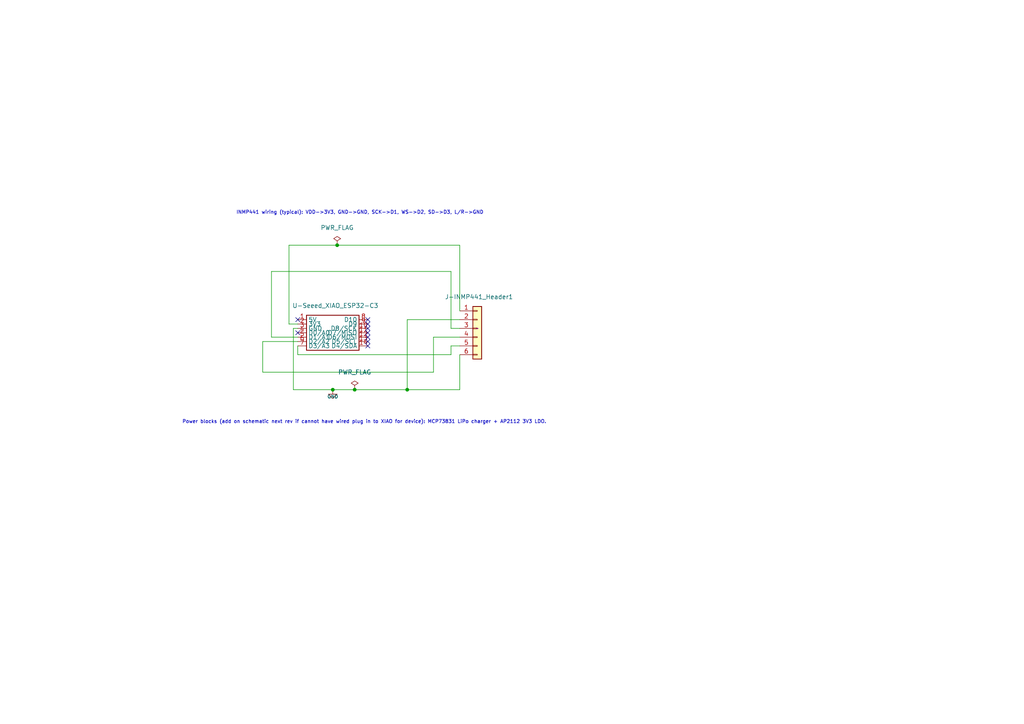
<source format=kicad_sch>
(kicad_sch
	(version 20250114)
	(generator "eeschema")
	(generator_version "9.0")
	(uuid "1902ceec-a6c5-4beb-8cd1-56b81b1fa63e")
	(paper "A4")
	(title_block
		(title "Acoustic Dosimeter - Sensor PCB")
		(rev "A")
		(company "TECHIN 514")
	)
	(lib_symbols
		(symbol "AcousticDosimeter:Seeed_XIAO_ESP32C3"
			(exclude_from_sim no)
			(in_bom yes)
			(on_board yes)
			(property "Reference" "U"
				(at 0 6 0)
				(effects
					(font
						(size 1.27 1.27)
					)
				)
			)
			(property "Value" "Seeed_XIAO_ESP32-C3"
				(at 0 -6 0)
				(effects
					(font
						(size 1.27 1.27)
					)
				)
			)
			(property "Footprint" ""
				(at 0 -7.5 0)
				(effects
					(font
						(size 1.27 1.27)
					)
					(hide yes)
				)
			)
			(property "Datasheet" "https://wiki.seeedstudio.com/XIAO_ESP32C3_Getting_Started/"
				(at 0 0 0)
				(effects
					(font
						(size 1.27 1.27)
					)
					(hide yes)
				)
			)
			(property "Description" ""
				(at 0 0 0)
				(effects
					(font
						(size 1.27 1.27)
					)
					(hide yes)
				)
			)
			(symbol "Seeed_XIAO_ESP32C3_0_0"
				(rectangle
					(start -7.62 5.08)
					(end 7.62 -5.08)
					(stroke
						(width 0.254)
						(type default)
					)
					(fill
						(type none)
					)
				)
				(pin power_in line
					(at -10.16 3.81 0)
					(length 2.54)
					(name "5V"
						(effects
							(font
								(size 1.27 1.27)
							)
						)
					)
					(number "1"
						(effects
							(font
								(size 1.27 1.27)
							)
						)
					)
				)
				(pin power_in line
					(at -10.16 2.54 0)
					(length 2.54)
					(name "3V3"
						(effects
							(font
								(size 1.27 1.27)
							)
						)
					)
					(number "2"
						(effects
							(font
								(size 1.27 1.27)
							)
						)
					)
				)
				(pin power_in line
					(at -10.16 1.27 0)
					(length 2.54)
					(name "GND"
						(effects
							(font
								(size 1.27 1.27)
							)
						)
					)
					(number "3"
						(effects
							(font
								(size 1.27 1.27)
							)
						)
					)
				)
				(pin bidirectional line
					(at -10.16 0 0)
					(length 2.54)
					(name "D0/A0"
						(effects
							(font
								(size 1.27 1.27)
							)
						)
					)
					(number "4"
						(effects
							(font
								(size 1.27 1.27)
							)
						)
					)
				)
				(pin bidirectional line
					(at -10.16 -1.27 0)
					(length 2.54)
					(name "D1/A1"
						(effects
							(font
								(size 1.27 1.27)
							)
						)
					)
					(number "5"
						(effects
							(font
								(size 1.27 1.27)
							)
						)
					)
				)
				(pin bidirectional line
					(at -10.16 -2.54 0)
					(length 2.54)
					(name "D2/A2"
						(effects
							(font
								(size 1.27 1.27)
							)
						)
					)
					(number "6"
						(effects
							(font
								(size 1.27 1.27)
							)
						)
					)
				)
				(pin bidirectional line
					(at -10.16 -3.81 0)
					(length 2.54)
					(name "D3/A3"
						(effects
							(font
								(size 1.27 1.27)
							)
						)
					)
					(number "7"
						(effects
							(font
								(size 1.27 1.27)
							)
						)
					)
				)
				(pin bidirectional line
					(at 10.16 3.81 180)
					(length 2.54)
					(name "D10"
						(effects
							(font
								(size 1.27 1.27)
							)
						)
					)
					(number "8"
						(effects
							(font
								(size 1.27 1.27)
							)
						)
					)
				)
				(pin bidirectional line
					(at 10.16 2.54 180)
					(length 2.54)
					(name "D9"
						(effects
							(font
								(size 1.27 1.27)
							)
						)
					)
					(number "9"
						(effects
							(font
								(size 1.27 1.27)
							)
						)
					)
				)
				(pin bidirectional line
					(at 10.16 1.27 180)
					(length 2.54)
					(name "D8/SCK"
						(effects
							(font
								(size 1.27 1.27)
							)
						)
					)
					(number "10"
						(effects
							(font
								(size 1.27 1.27)
							)
						)
					)
				)
				(pin bidirectional line
					(at 10.16 0 180)
					(length 2.54)
					(name "D7/MISO"
						(effects
							(font
								(size 1.27 1.27)
							)
						)
					)
					(number "11"
						(effects
							(font
								(size 1.27 1.27)
							)
						)
					)
				)
				(pin bidirectional line
					(at 10.16 -1.27 180)
					(length 2.54)
					(name "D6/MOSI"
						(effects
							(font
								(size 1.27 1.27)
							)
						)
					)
					(number "12"
						(effects
							(font
								(size 1.27 1.27)
							)
						)
					)
				)
				(pin bidirectional line
					(at 10.16 -2.54 180)
					(length 2.54)
					(name "D5/SCL"
						(effects
							(font
								(size 1.27 1.27)
							)
						)
					)
					(number "13"
						(effects
							(font
								(size 1.27 1.27)
							)
						)
					)
				)
				(pin bidirectional line
					(at 10.16 -3.81 180)
					(length 2.54)
					(name "D4/SDA"
						(effects
							(font
								(size 1.27 1.27)
							)
						)
					)
					(number "14"
						(effects
							(font
								(size 1.27 1.27)
							)
						)
					)
				)
			)
			(embedded_fonts no)
		)
		(symbol "Connector_Generic:Conn_01x06"
			(pin_names
				(offset 1.016)
				(hide yes)
			)
			(exclude_from_sim no)
			(in_bom yes)
			(on_board yes)
			(property "Reference" "J"
				(at 0 7.62 0)
				(effects
					(font
						(size 1.27 1.27)
					)
				)
			)
			(property "Value" "Conn_01x06"
				(at 0 -10.16 0)
				(effects
					(font
						(size 1.27 1.27)
					)
				)
			)
			(property "Footprint" ""
				(at 0 0 0)
				(effects
					(font
						(size 1.27 1.27)
					)
					(hide yes)
				)
			)
			(property "Datasheet" "~"
				(at 0 0 0)
				(effects
					(font
						(size 1.27 1.27)
					)
					(hide yes)
				)
			)
			(property "Description" "Generic connector, single row, 01x06, script generated (kicad-library-utils/schlib/autogen/connector/)"
				(at 0 0 0)
				(effects
					(font
						(size 1.27 1.27)
					)
					(hide yes)
				)
			)
			(property "ki_keywords" "connector"
				(at 0 0 0)
				(effects
					(font
						(size 1.27 1.27)
					)
					(hide yes)
				)
			)
			(property "ki_fp_filters" "Connector*:*_1x??_*"
				(at 0 0 0)
				(effects
					(font
						(size 1.27 1.27)
					)
					(hide yes)
				)
			)
			(symbol "Conn_01x06_1_1"
				(rectangle
					(start -1.27 6.35)
					(end 1.27 -8.89)
					(stroke
						(width 0.254)
						(type default)
					)
					(fill
						(type background)
					)
				)
				(rectangle
					(start -1.27 5.207)
					(end 0 4.953)
					(stroke
						(width 0.1524)
						(type default)
					)
					(fill
						(type none)
					)
				)
				(rectangle
					(start -1.27 2.667)
					(end 0 2.413)
					(stroke
						(width 0.1524)
						(type default)
					)
					(fill
						(type none)
					)
				)
				(rectangle
					(start -1.27 0.127)
					(end 0 -0.127)
					(stroke
						(width 0.1524)
						(type default)
					)
					(fill
						(type none)
					)
				)
				(rectangle
					(start -1.27 -2.413)
					(end 0 -2.667)
					(stroke
						(width 0.1524)
						(type default)
					)
					(fill
						(type none)
					)
				)
				(rectangle
					(start -1.27 -4.953)
					(end 0 -5.207)
					(stroke
						(width 0.1524)
						(type default)
					)
					(fill
						(type none)
					)
				)
				(rectangle
					(start -1.27 -7.493)
					(end 0 -7.747)
					(stroke
						(width 0.1524)
						(type default)
					)
					(fill
						(type none)
					)
				)
				(pin passive line
					(at -5.08 5.08 0)
					(length 3.81)
					(name "Pin_1"
						(effects
							(font
								(size 1.27 1.27)
							)
						)
					)
					(number "1"
						(effects
							(font
								(size 1.27 1.27)
							)
						)
					)
				)
				(pin passive line
					(at -5.08 2.54 0)
					(length 3.81)
					(name "Pin_2"
						(effects
							(font
								(size 1.27 1.27)
							)
						)
					)
					(number "2"
						(effects
							(font
								(size 1.27 1.27)
							)
						)
					)
				)
				(pin passive line
					(at -5.08 0 0)
					(length 3.81)
					(name "Pin_3"
						(effects
							(font
								(size 1.27 1.27)
							)
						)
					)
					(number "3"
						(effects
							(font
								(size 1.27 1.27)
							)
						)
					)
				)
				(pin passive line
					(at -5.08 -2.54 0)
					(length 3.81)
					(name "Pin_4"
						(effects
							(font
								(size 1.27 1.27)
							)
						)
					)
					(number "4"
						(effects
							(font
								(size 1.27 1.27)
							)
						)
					)
				)
				(pin passive line
					(at -5.08 -5.08 0)
					(length 3.81)
					(name "Pin_5"
						(effects
							(font
								(size 1.27 1.27)
							)
						)
					)
					(number "5"
						(effects
							(font
								(size 1.27 1.27)
							)
						)
					)
				)
				(pin passive line
					(at -5.08 -7.62 0)
					(length 3.81)
					(name "Pin_6"
						(effects
							(font
								(size 1.27 1.27)
							)
						)
					)
					(number "6"
						(effects
							(font
								(size 1.27 1.27)
							)
						)
					)
				)
			)
			(embedded_fonts no)
		)
		(symbol "power:GND"
			(power)
			(pin_numbers
				(hide yes)
			)
			(pin_names
				(offset 0)
				(hide yes)
			)
			(exclude_from_sim no)
			(in_bom yes)
			(on_board yes)
			(property "Reference" "#PWR"
				(at 0 -6.35 0)
				(effects
					(font
						(size 1.27 1.27)
					)
					(hide yes)
				)
			)
			(property "Value" "GND"
				(at 0 -3.81 0)
				(effects
					(font
						(size 1.27 1.27)
					)
				)
			)
			(property "Footprint" ""
				(at 0 0 0)
				(effects
					(font
						(size 1.27 1.27)
					)
					(hide yes)
				)
			)
			(property "Datasheet" ""
				(at 0 0 0)
				(effects
					(font
						(size 1.27 1.27)
					)
					(hide yes)
				)
			)
			(property "Description" "Power symbol creates a global label with name \"GND\" , ground"
				(at 0 0 0)
				(effects
					(font
						(size 1.27 1.27)
					)
					(hide yes)
				)
			)
			(property "ki_keywords" "global power"
				(at 0 0 0)
				(effects
					(font
						(size 1.27 1.27)
					)
					(hide yes)
				)
			)
			(symbol "GND_0_1"
				(polyline
					(pts
						(xy 0 0) (xy 0 -1.27) (xy 1.27 -1.27) (xy 0 -2.54) (xy -1.27 -1.27) (xy 0 -1.27)
					)
					(stroke
						(width 0)
						(type default)
					)
					(fill
						(type none)
					)
				)
			)
			(symbol "GND_1_1"
				(pin power_in line
					(at 0 0 270)
					(length 0)
					(name "~"
						(effects
							(font
								(size 1.27 1.27)
							)
						)
					)
					(number "1"
						(effects
							(font
								(size 1.27 1.27)
							)
						)
					)
				)
			)
			(embedded_fonts no)
		)
		(symbol "power:PWR_FLAG"
			(power)
			(pin_numbers
				(hide yes)
			)
			(pin_names
				(offset 0)
				(hide yes)
			)
			(exclude_from_sim no)
			(in_bom yes)
			(on_board yes)
			(property "Reference" "#FLG"
				(at 0 1.905 0)
				(effects
					(font
						(size 1.27 1.27)
					)
					(hide yes)
				)
			)
			(property "Value" "PWR_FLAG"
				(at 0 3.81 0)
				(effects
					(font
						(size 1.27 1.27)
					)
				)
			)
			(property "Footprint" ""
				(at 0 0 0)
				(effects
					(font
						(size 1.27 1.27)
					)
					(hide yes)
				)
			)
			(property "Datasheet" "~"
				(at 0 0 0)
				(effects
					(font
						(size 1.27 1.27)
					)
					(hide yes)
				)
			)
			(property "Description" "Special symbol for telling ERC where power comes from"
				(at 0 0 0)
				(effects
					(font
						(size 1.27 1.27)
					)
					(hide yes)
				)
			)
			(property "ki_keywords" "flag power"
				(at 0 0 0)
				(effects
					(font
						(size 1.27 1.27)
					)
					(hide yes)
				)
			)
			(symbol "PWR_FLAG_0_0"
				(pin power_out line
					(at 0 0 90)
					(length 0)
					(name "~"
						(effects
							(font
								(size 1.27 1.27)
							)
						)
					)
					(number "1"
						(effects
							(font
								(size 1.27 1.27)
							)
						)
					)
				)
			)
			(symbol "PWR_FLAG_0_1"
				(polyline
					(pts
						(xy 0 0) (xy 0 1.27) (xy -1.016 1.905) (xy 0 2.54) (xy 1.016 1.905) (xy 0 1.27)
					)
					(stroke
						(width 0)
						(type default)
					)
					(fill
						(type none)
					)
				)
			)
			(embedded_fonts no)
		)
	)
	(text "Power blocks (add on schematic next rev if cannot have wired plug in to XIAO for device): MCP73831 LiPo charger + AP2112 3V3 LDO."
		(exclude_from_sim no)
		(at 105.664 122.428 0)
		(effects
			(font
				(size 1 1)
			)
		)
		(uuid "4910c449-df1c-4975-b201-0470e1588093")
	)
	(text "INMP441 wiring (typical): VDD->3V3, GND->GND, SCK->D1, WS->D2, SD->D3, L/R->GND"
		(exclude_from_sim no)
		(at 104.394 61.722 0)
		(effects
			(font
				(size 1 1)
			)
		)
		(uuid "7edf8d18-caeb-422b-ad17-729661df0713")
	)
	(junction
		(at 97.79 71.12)
		(diameter 0)
		(color 0 0 0 0)
		(uuid "29354112-eda5-4807-852c-1766fd5045c3")
	)
	(junction
		(at 96.52 113.03)
		(diameter 0)
		(color 0 0 0 0)
		(uuid "5e11ed60-4d1b-422c-972f-2b80cd34da6f")
	)
	(junction
		(at 102.87 113.03)
		(diameter 0)
		(color 0 0 0 0)
		(uuid "637bbbd8-08f5-422d-bc9d-2788ba7a8929")
	)
	(junction
		(at 118.11 113.03)
		(diameter 0)
		(color 0 0 0 0)
		(uuid "6ab40cfd-4787-484f-abf1-1fc006f5e9c0")
	)
	(no_connect
		(at 86.36 96.52)
		(uuid "3531a8c5-d326-4e44-aa68-5a7074c06e9a")
	)
	(no_connect
		(at 106.68 93.98)
		(uuid "3bad5cd9-8a45-425e-8675-7ee982a40994")
	)
	(no_connect
		(at 106.68 97.79)
		(uuid "477bc52f-4335-429d-b991-b020840a049c")
	)
	(no_connect
		(at 106.68 95.25)
		(uuid "5e0304c2-0c3e-4639-87b3-71ff884f2348")
	)
	(no_connect
		(at 86.36 92.71)
		(uuid "683c48a1-903a-4c32-a976-b8df85d8e153")
	)
	(no_connect
		(at 106.68 96.52)
		(uuid "6ba69020-f4fe-48e9-8d7f-1c0c8194c816")
	)
	(no_connect
		(at 106.68 92.71)
		(uuid "8f186661-5ad5-4cc5-860b-b1e0a42c6562")
	)
	(no_connect
		(at 106.68 100.33)
		(uuid "9e4dea48-49c2-4202-8884-3e2293412d2c")
	)
	(no_connect
		(at 106.68 99.06)
		(uuid "a0aabc1f-49b2-4140-9de4-b2ef0f3c113e")
	)
	(wire
		(pts
			(xy 130.81 100.33) (xy 130.81 102.87)
		)
		(stroke
			(width 0)
			(type default)
		)
		(uuid "032d0ca2-fba6-410a-b98c-e10e501e0ccc")
	)
	(wire
		(pts
			(xy 86.36 93.98) (xy 83.82 93.98)
		)
		(stroke
			(width 0)
			(type default)
		)
		(uuid "05e3a7cb-9153-4603-b388-b4e5eeea655d")
	)
	(wire
		(pts
			(xy 86.36 95.25) (xy 85.09 95.25)
		)
		(stroke
			(width 0)
			(type default)
		)
		(uuid "07106d01-a2ba-4f69-a97f-c914d9d1fb67")
	)
	(wire
		(pts
			(xy 133.35 113.03) (xy 118.11 113.03)
		)
		(stroke
			(width 0)
			(type default)
		)
		(uuid "08876cd0-4fc2-48da-877a-115e2a9fa530")
	)
	(wire
		(pts
			(xy 78.74 78.74) (xy 78.74 97.79)
		)
		(stroke
			(width 0)
			(type default)
		)
		(uuid "0d5f5bd0-b676-4f9d-ae28-4c904e352952")
	)
	(wire
		(pts
			(xy 97.79 71.12) (xy 133.35 71.12)
		)
		(stroke
			(width 0)
			(type default)
		)
		(uuid "1da68d8e-c68d-43a1-bafa-a1e29d0b9bb5")
	)
	(wire
		(pts
			(xy 85.09 95.25) (xy 85.09 113.03)
		)
		(stroke
			(width 0)
			(type default)
		)
		(uuid "1dc4cc62-1920-4ef8-9789-6dda0588f49c")
	)
	(wire
		(pts
			(xy 130.81 78.74) (xy 130.81 95.25)
		)
		(stroke
			(width 0)
			(type default)
		)
		(uuid "36b817d9-6a60-4135-a27f-53f56d01b94a")
	)
	(wire
		(pts
			(xy 76.2 99.06) (xy 86.36 99.06)
		)
		(stroke
			(width 0)
			(type default)
		)
		(uuid "45cbde98-9693-4953-8d00-97cfab1d2093")
	)
	(wire
		(pts
			(xy 86.36 102.87) (xy 86.36 100.33)
		)
		(stroke
			(width 0)
			(type default)
		)
		(uuid "4945753e-a43d-4aab-9f3d-527489cbdd59")
	)
	(wire
		(pts
			(xy 133.35 92.71) (xy 118.11 92.71)
		)
		(stroke
			(width 0)
			(type default)
		)
		(uuid "4fbfa53b-4a6f-4485-8420-25798001f886")
	)
	(wire
		(pts
			(xy 130.81 78.74) (xy 78.74 78.74)
		)
		(stroke
			(width 0)
			(type default)
		)
		(uuid "55e4eb70-33eb-42b2-b51b-dcbe0dac91a4")
	)
	(wire
		(pts
			(xy 133.35 71.12) (xy 133.35 90.17)
		)
		(stroke
			(width 0)
			(type default)
		)
		(uuid "57358735-acd5-4e6f-a8e7-3574d5891652")
	)
	(wire
		(pts
			(xy 133.35 97.79) (xy 125.73 97.79)
		)
		(stroke
			(width 0)
			(type default)
		)
		(uuid "6c7f0c41-7a1c-4d4a-9fa2-5e14238b7b57")
	)
	(wire
		(pts
			(xy 83.82 93.98) (xy 83.82 71.12)
		)
		(stroke
			(width 0)
			(type default)
		)
		(uuid "75cfb24f-e535-4ad8-8d9f-8d34ac753794")
	)
	(wire
		(pts
			(xy 125.73 107.95) (xy 76.2 107.95)
		)
		(stroke
			(width 0)
			(type default)
		)
		(uuid "77efed25-b025-4daf-8700-58d231f85613")
	)
	(wire
		(pts
			(xy 133.35 95.25) (xy 130.81 95.25)
		)
		(stroke
			(width 0)
			(type default)
		)
		(uuid "8b4cb005-c575-41a6-a625-eff27a416c87")
	)
	(wire
		(pts
			(xy 83.82 71.12) (xy 97.79 71.12)
		)
		(stroke
			(width 0)
			(type default)
		)
		(uuid "9109fd1b-f137-4a6e-93cc-b2365ea02802")
	)
	(wire
		(pts
			(xy 118.11 92.71) (xy 118.11 113.03)
		)
		(stroke
			(width 0)
			(type default)
		)
		(uuid "91d079ec-6faa-4087-8629-06674432bd23")
	)
	(wire
		(pts
			(xy 125.73 97.79) (xy 125.73 107.95)
		)
		(stroke
			(width 0)
			(type default)
		)
		(uuid "9d498b40-b1a0-41e7-b872-3cfd752ddd18")
	)
	(wire
		(pts
			(xy 78.74 97.79) (xy 86.36 97.79)
		)
		(stroke
			(width 0)
			(type default)
		)
		(uuid "ad611655-452e-4036-a7b4-3c8b950dc944")
	)
	(wire
		(pts
			(xy 133.35 102.87) (xy 133.35 113.03)
		)
		(stroke
			(width 0)
			(type default)
		)
		(uuid "b4ed4620-24bf-409e-b80c-147129e07b4c")
	)
	(wire
		(pts
			(xy 76.2 107.95) (xy 76.2 99.06)
		)
		(stroke
			(width 0)
			(type default)
		)
		(uuid "bd84cbde-40e9-47b8-abcf-ca3be19f4c0c")
	)
	(wire
		(pts
			(xy 102.87 113.03) (xy 96.52 113.03)
		)
		(stroke
			(width 0)
			(type default)
		)
		(uuid "ca69c922-3da9-4751-98b2-63c40f3bb41c")
	)
	(wire
		(pts
			(xy 85.09 113.03) (xy 96.52 113.03)
		)
		(stroke
			(width 0)
			(type default)
		)
		(uuid "d9694ec3-2cc6-4471-b044-dd5c7e9c85b9")
	)
	(wire
		(pts
			(xy 133.35 100.33) (xy 130.81 100.33)
		)
		(stroke
			(width 0)
			(type default)
		)
		(uuid "de9ac894-2687-4d2d-9d41-c4b4d5de21f2")
	)
	(wire
		(pts
			(xy 130.81 102.87) (xy 86.36 102.87)
		)
		(stroke
			(width 0)
			(type default)
		)
		(uuid "e00ccd01-8736-4966-8d54-c269693e9c7f")
	)
	(wire
		(pts
			(xy 118.11 113.03) (xy 102.87 113.03)
		)
		(stroke
			(width 0)
			(type default)
		)
		(uuid "f92444c7-823c-407a-a893-f44e714b8cbe")
	)
	(symbol
		(lib_id "power:PWR_FLAG")
		(at 97.79 71.12 0)
		(unit 1)
		(exclude_from_sim no)
		(in_bom yes)
		(on_board yes)
		(dnp no)
		(fields_autoplaced yes)
		(uuid "30113bad-2e11-4f67-9ae4-1ef250f8a4f9")
		(property "Reference" "#FLG01"
			(at 97.79 69.215 0)
			(effects
				(font
					(size 1.27 1.27)
				)
				(hide yes)
			)
		)
		(property "Value" "PWR_FLAG"
			(at 97.79 66.04 0)
			(effects
				(font
					(size 1.27 1.27)
				)
			)
		)
		(property "Footprint" ""
			(at 97.79 71.12 0)
			(effects
				(font
					(size 1.27 1.27)
				)
				(hide yes)
			)
		)
		(property "Datasheet" "~"
			(at 97.79 71.12 0)
			(effects
				(font
					(size 1.27 1.27)
				)
				(hide yes)
			)
		)
		(property "Description" "Special symbol for telling ERC where power comes from"
			(at 97.79 71.12 0)
			(effects
				(font
					(size 1.27 1.27)
				)
				(hide yes)
			)
		)
		(pin "1"
			(uuid "16770b01-5ed2-49f6-9d63-0f3e5e331d95")
		)
		(instances
			(project ""
				(path "/1902ceec-a6c5-4beb-8cd1-56b81b1fa63e"
					(reference "#FLG01")
					(unit 1)
				)
			)
		)
	)
	(symbol
		(lib_id "power:GND")
		(at 96.52 113.03 0)
		(unit 1)
		(exclude_from_sim no)
		(in_bom yes)
		(on_board yes)
		(dnp no)
		(uuid "3ada3bf3-a591-4eda-b874-381f53e1786c")
		(property "Reference" "#PWR0102"
			(at 96.52 109.03 0)
			(effects
				(font
					(size 1 1)
				)
				(hide yes)
			)
		)
		(property "Value" "GND"
			(at 96.52 115.03 0)
			(effects
				(font
					(size 1 1)
				)
			)
		)
		(property "Footprint" ""
			(at 96.52 113.03 0)
			(effects
				(font
					(size 1.27 1.27)
				)
			)
		)
		(property "Datasheet" ""
			(at 96.52 113.03 0)
			(effects
				(font
					(size 1.27 1.27)
				)
			)
		)
		(property "Description" "Power symbol creates a global label with name \"GND\" , ground"
			(at 96.52 113.03 0)
			(effects
				(font
					(size 1.27 1.27)
				)
				(hide yes)
			)
		)
		(pin "1"
			(uuid "66c83efc-4a15-4ff2-be8f-14f99ad478a7")
		)
		(instances
			(project "AcousticDosimeter_sensor"
				(path "/1902ceec-a6c5-4beb-8cd1-56b81b1fa63e"
					(reference "#PWR0102")
					(unit 1)
				)
			)
		)
	)
	(symbol
		(lib_id "power:PWR_FLAG")
		(at 102.87 113.03 0)
		(unit 1)
		(exclude_from_sim no)
		(in_bom yes)
		(on_board yes)
		(dnp no)
		(fields_autoplaced yes)
		(uuid "4b2a1dec-e2ae-4198-8249-36713b814250")
		(property "Reference" "#FLG02"
			(at 102.87 111.125 0)
			(effects
				(font
					(size 1.27 1.27)
				)
				(hide yes)
			)
		)
		(property "Value" "PWR_FLAG"
			(at 102.87 107.95 0)
			(effects
				(font
					(size 1.27 1.27)
				)
			)
		)
		(property "Footprint" ""
			(at 102.87 113.03 0)
			(effects
				(font
					(size 1.27 1.27)
				)
				(hide yes)
			)
		)
		(property "Datasheet" "~"
			(at 102.87 113.03 0)
			(effects
				(font
					(size 1.27 1.27)
				)
				(hide yes)
			)
		)
		(property "Description" "Special symbol for telling ERC where power comes from"
			(at 102.87 113.03 0)
			(effects
				(font
					(size 1.27 1.27)
				)
				(hide yes)
			)
		)
		(pin "1"
			(uuid "6335bbd0-4b67-4458-bd67-9317098c89fa")
		)
		(instances
			(project ""
				(path "/1902ceec-a6c5-4beb-8cd1-56b81b1fa63e"
					(reference "#FLG02")
					(unit 1)
				)
			)
		)
	)
	(symbol
		(lib_id "AcousticDosimeter:Seeed_XIAO_ESP32C3")
		(at 96.52 96.52 0)
		(unit 1)
		(exclude_from_sim no)
		(in_bom yes)
		(on_board yes)
		(dnp no)
		(uuid "bab29b23-b090-49c8-89e0-d4cee6b8e868")
		(property "Reference" "U-Seeed_XIAO_ESP32-C3"
			(at 97.282 88.646 0)
			(effects
				(font
					(size 1.27 1.27)
				)
			)
		)
		(property "Value" "Seeed_XIAO_ESP32-C3"
			(at 96.52 113.52 0)
			(effects
				(font
					(size 1.27 1.27)
				)
				(hide yes)
			)
		)
		(property "Footprint" ""
			(at 96.52 96.52 0)
			(effects
				(font
					(size 1.27 1.27)
				)
			)
		)
		(property "Datasheet" "https://wiki.seeedstudio.com/XIAO_ESP32C3_Getting_Started/"
			(at 96.52 96.52 0)
			(effects
				(font
					(size 1.27 1.27)
				)
				(hide yes)
			)
		)
		(property "Description" ""
			(at 96.52 96.52 0)
			(effects
				(font
					(size 1.27 1.27)
				)
			)
		)
		(pin "11"
			(uuid "43ac57e2-e051-4080-8d43-afc2dc47a09f")
		)
		(pin "2"
			(uuid "20ad34c8-3c26-499f-87bd-3284f2f1d5c3")
		)
		(pin "3"
			(uuid "a9b0181d-2b92-45b5-878a-5c51eb2c5447")
		)
		(pin "7"
			(uuid "1ebdb34b-28c5-47d6-8757-79f8e3dc7730")
		)
		(pin "1"
			(uuid "2be5cedf-3021-4be4-ae82-80a44566441d")
		)
		(pin "5"
			(uuid "d18c8d6d-b783-4ccf-b9c7-168569c69df0")
		)
		(pin "12"
			(uuid "deff9be9-ffad-46a6-ae0a-f5d213a58676")
		)
		(pin "9"
			(uuid "bb44de59-3e2c-4690-985b-d56445b725df")
		)
		(pin "8"
			(uuid "2e596054-2238-44dc-ae15-3a5577e93f78")
		)
		(pin "13"
			(uuid "39093804-778b-4eb8-a5f1-4a933de827c8")
		)
		(pin "6"
			(uuid "9481f8b9-b258-4aa3-9218-9ea3741c32e0")
		)
		(pin "4"
			(uuid "a1f9142a-03f9-4eb5-b1b8-2de02af6d5c2")
		)
		(pin "10"
			(uuid "f905e19f-0c89-48dc-b6ba-2ad524078b8e")
		)
		(pin "14"
			(uuid "7f3841ba-fb76-44d4-8a96-4e7b416c4844")
		)
		(instances
			(project "AcousticDosimeter_sensor"
				(path "/1902ceec-a6c5-4beb-8cd1-56b81b1fa63e"
					(reference "U-Seeed_XIAO_ESP32-C3")
					(unit 1)
				)
			)
		)
	)
	(symbol
		(lib_id "Connector_Generic:Conn_01x06")
		(at 138.43 95.25 0)
		(unit 1)
		(exclude_from_sim no)
		(in_bom yes)
		(on_board yes)
		(dnp no)
		(uuid "c85a318d-49d5-44e2-8718-8112c57cead8")
		(property "Reference" "J-INMP441_Header1"
			(at 138.938 86.106 0)
			(effects
				(font
					(size 1.27 1.27)
				)
			)
		)
		(property "Value" "INMP441_Header"
			(at 138.43 106.25 0)
			(effects
				(font
					(size 1.27 1.27)
				)
				(hide yes)
			)
		)
		(property "Footprint" ""
			(at 138.43 95.25 0)
			(effects
				(font
					(size 1.27 1.27)
				)
			)
		)
		(property "Datasheet" "~"
			(at 138.43 95.25 0)
			(effects
				(font
					(size 1.27 1.27)
				)
			)
		)
		(property "Description" "Generic connector, single row, 01x06, script generated (kicad-library-utils/schlib/autogen/connector/)"
			(at 138.43 95.25 0)
			(effects
				(font
					(size 1.27 1.27)
				)
				(hide yes)
			)
		)
		(pin "1"
			(uuid "ec817083-348b-49cf-bf0c-734d01a04497")
		)
		(pin "6"
			(uuid "07aebf45-d7a3-4857-9ffc-394580c5abf0")
		)
		(pin "2"
			(uuid "f9e6479e-f24c-4445-965c-7dbcff133f85")
		)
		(pin "3"
			(uuid "a6b7fd39-0dd0-49ee-ba7f-7d23c0038b6e")
		)
		(pin "4"
			(uuid "6981e8a7-f632-4803-8f63-ce89a25bfbfc")
		)
		(pin "5"
			(uuid "e2922b81-969a-44b9-b16a-62b3d6b7bb5a")
		)
		(instances
			(project "AcousticDosimeter_sensor"
				(path "/1902ceec-a6c5-4beb-8cd1-56b81b1fa63e"
					(reference "J-INMP441_Header1")
					(unit 1)
				)
			)
		)
	)
	(sheet_instances
		(path "/"
			(page "1")
		)
	)
	(embedded_fonts no)
)

</source>
